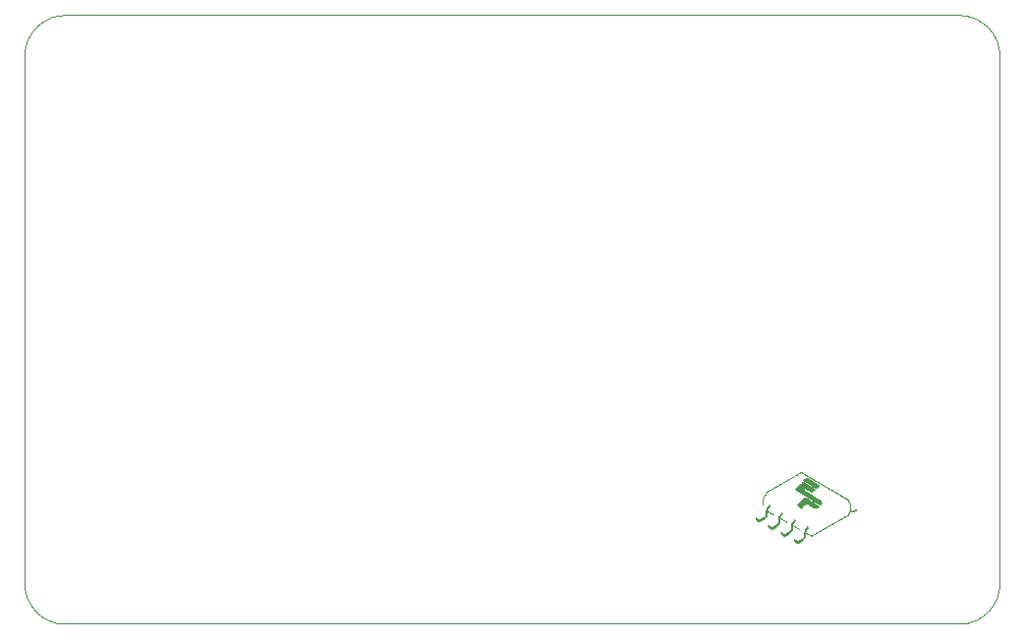
<source format=gto>
G75*
%MOIN*%
%OFA0B0*%
%FSLAX25Y25*%
%IPPOS*%
%LPD*%
%AMOC8*
5,1,8,0,0,1.08239X$1,22.5*
%
%ADD10C,0.00000*%
%ADD11R,0.00100X0.00100*%
%ADD12R,0.00400X0.00100*%
%ADD13R,0.00700X0.00100*%
%ADD14R,0.01100X0.00100*%
%ADD15R,0.01300X0.00100*%
%ADD16R,0.01600X0.00100*%
%ADD17R,0.02000X0.00100*%
%ADD18R,0.02200X0.00100*%
%ADD19R,0.00900X0.00100*%
%ADD20R,0.00800X0.00100*%
%ADD21R,0.01000X0.00100*%
%ADD22R,0.00500X0.00100*%
%ADD23R,0.00200X0.00100*%
%ADD24R,0.00600X0.00100*%
%ADD25R,0.00300X0.00100*%
%ADD26R,0.01200X0.00100*%
%ADD27R,0.01500X0.00100*%
%ADD28R,0.01900X0.00100*%
%ADD29R,0.02100X0.00100*%
%ADD30R,0.02300X0.00100*%
%ADD31R,0.02600X0.00100*%
%ADD32R,0.01400X0.00100*%
%ADD33R,0.02800X0.00100*%
%ADD34R,0.01700X0.00100*%
%ADD35R,0.02900X0.00100*%
%ADD36R,0.05700X0.00100*%
%ADD37R,0.05400X0.00100*%
%ADD38R,0.05100X0.00100*%
%ADD39R,0.01800X0.00100*%
%ADD40R,0.04800X0.00100*%
%ADD41R,0.04600X0.00100*%
%ADD42R,0.04300X0.00100*%
%ADD43R,0.04100X0.00100*%
%ADD44R,0.03800X0.00100*%
%ADD45R,0.02500X0.00100*%
%ADD46R,0.03500X0.00100*%
%ADD47R,0.03300X0.00100*%
%ADD48R,0.03000X0.00100*%
%ADD49R,0.02700X0.00100*%
%ADD50R,0.02400X0.00100*%
%ADD51R,0.03100X0.00100*%
%ADD52R,0.03200X0.00100*%
%ADD53R,0.06100X0.00100*%
%ADD54R,0.05800X0.00100*%
%ADD55R,0.05600X0.00100*%
%ADD56R,0.05300X0.00100*%
%ADD57R,0.04900X0.00100*%
%ADD58R,0.04700X0.00100*%
%ADD59R,0.04400X0.00100*%
%ADD60R,0.04200X0.00100*%
%ADD61R,0.03900X0.00100*%
%ADD62R,0.03700X0.00100*%
%ADD63R,0.03400X0.00100*%
D10*
X0076833Y0043663D02*
X0076833Y0222797D01*
X0076837Y0223130D01*
X0076849Y0223463D01*
X0076869Y0223795D01*
X0076897Y0224127D01*
X0076933Y0224458D01*
X0076978Y0224788D01*
X0077030Y0225117D01*
X0077090Y0225445D01*
X0077158Y0225771D01*
X0077233Y0226095D01*
X0077317Y0226417D01*
X0077408Y0226737D01*
X0077507Y0227055D01*
X0077614Y0227371D01*
X0077728Y0227683D01*
X0077850Y0227993D01*
X0077980Y0228300D01*
X0078116Y0228604D01*
X0078260Y0228904D01*
X0078411Y0229201D01*
X0078570Y0229494D01*
X0078735Y0229783D01*
X0078907Y0230068D01*
X0079086Y0230349D01*
X0079272Y0230625D01*
X0079465Y0230897D01*
X0079664Y0231164D01*
X0079869Y0231426D01*
X0080081Y0231683D01*
X0080299Y0231935D01*
X0080522Y0232181D01*
X0080752Y0232422D01*
X0080988Y0232658D01*
X0081229Y0232888D01*
X0081475Y0233111D01*
X0081727Y0233329D01*
X0081984Y0233541D01*
X0082246Y0233746D01*
X0082513Y0233945D01*
X0082785Y0234138D01*
X0083061Y0234324D01*
X0083342Y0234503D01*
X0083627Y0234675D01*
X0083916Y0234840D01*
X0084209Y0234999D01*
X0084506Y0235150D01*
X0084806Y0235294D01*
X0085110Y0235430D01*
X0085417Y0235560D01*
X0085727Y0235682D01*
X0086039Y0235796D01*
X0086355Y0235903D01*
X0086673Y0236002D01*
X0086993Y0236093D01*
X0087315Y0236177D01*
X0087639Y0236252D01*
X0087965Y0236320D01*
X0088293Y0236380D01*
X0088622Y0236432D01*
X0088952Y0236477D01*
X0089283Y0236513D01*
X0089615Y0236541D01*
X0089947Y0236561D01*
X0090280Y0236573D01*
X0090613Y0236577D01*
X0090613Y0236576D02*
X0393762Y0236576D01*
X0393762Y0236577D02*
X0394095Y0236573D01*
X0394428Y0236561D01*
X0394760Y0236541D01*
X0395092Y0236513D01*
X0395423Y0236477D01*
X0395753Y0236432D01*
X0396082Y0236380D01*
X0396410Y0236320D01*
X0396736Y0236252D01*
X0397060Y0236177D01*
X0397382Y0236093D01*
X0397702Y0236002D01*
X0398020Y0235903D01*
X0398336Y0235796D01*
X0398648Y0235682D01*
X0398958Y0235560D01*
X0399265Y0235430D01*
X0399569Y0235294D01*
X0399869Y0235150D01*
X0400166Y0234999D01*
X0400459Y0234840D01*
X0400748Y0234675D01*
X0401033Y0234503D01*
X0401314Y0234324D01*
X0401590Y0234138D01*
X0401862Y0233945D01*
X0402129Y0233746D01*
X0402391Y0233541D01*
X0402648Y0233329D01*
X0402900Y0233111D01*
X0403146Y0232888D01*
X0403387Y0232658D01*
X0403623Y0232422D01*
X0403853Y0232181D01*
X0404076Y0231935D01*
X0404294Y0231683D01*
X0404506Y0231426D01*
X0404711Y0231164D01*
X0404910Y0230897D01*
X0405103Y0230625D01*
X0405289Y0230349D01*
X0405468Y0230068D01*
X0405640Y0229783D01*
X0405805Y0229494D01*
X0405964Y0229201D01*
X0406115Y0228904D01*
X0406259Y0228604D01*
X0406395Y0228300D01*
X0406525Y0227993D01*
X0406647Y0227683D01*
X0406761Y0227371D01*
X0406868Y0227055D01*
X0406967Y0226737D01*
X0407058Y0226417D01*
X0407142Y0226095D01*
X0407217Y0225771D01*
X0407285Y0225445D01*
X0407345Y0225117D01*
X0407397Y0224788D01*
X0407442Y0224458D01*
X0407478Y0224127D01*
X0407506Y0223795D01*
X0407526Y0223463D01*
X0407538Y0223130D01*
X0407542Y0222797D01*
X0407542Y0043663D01*
X0407538Y0043330D01*
X0407526Y0042997D01*
X0407506Y0042665D01*
X0407478Y0042333D01*
X0407442Y0042002D01*
X0407397Y0041672D01*
X0407345Y0041343D01*
X0407285Y0041015D01*
X0407217Y0040689D01*
X0407142Y0040365D01*
X0407058Y0040043D01*
X0406967Y0039723D01*
X0406868Y0039405D01*
X0406761Y0039089D01*
X0406647Y0038777D01*
X0406525Y0038467D01*
X0406395Y0038160D01*
X0406259Y0037856D01*
X0406115Y0037556D01*
X0405964Y0037259D01*
X0405805Y0036966D01*
X0405640Y0036677D01*
X0405468Y0036392D01*
X0405289Y0036111D01*
X0405103Y0035835D01*
X0404910Y0035563D01*
X0404711Y0035296D01*
X0404506Y0035034D01*
X0404294Y0034777D01*
X0404076Y0034525D01*
X0403853Y0034279D01*
X0403623Y0034038D01*
X0403387Y0033802D01*
X0403146Y0033572D01*
X0402900Y0033349D01*
X0402648Y0033131D01*
X0402391Y0032919D01*
X0402129Y0032714D01*
X0401862Y0032515D01*
X0401590Y0032322D01*
X0401314Y0032136D01*
X0401033Y0031957D01*
X0400748Y0031785D01*
X0400459Y0031620D01*
X0400166Y0031461D01*
X0399869Y0031310D01*
X0399569Y0031166D01*
X0399265Y0031030D01*
X0398958Y0030900D01*
X0398648Y0030778D01*
X0398336Y0030664D01*
X0398020Y0030557D01*
X0397702Y0030458D01*
X0397382Y0030367D01*
X0397060Y0030283D01*
X0396736Y0030208D01*
X0396410Y0030140D01*
X0396082Y0030080D01*
X0395753Y0030028D01*
X0395423Y0029983D01*
X0395092Y0029947D01*
X0394760Y0029919D01*
X0394428Y0029899D01*
X0394095Y0029887D01*
X0393762Y0029883D01*
X0090613Y0029883D01*
X0090280Y0029887D01*
X0089947Y0029899D01*
X0089615Y0029919D01*
X0089283Y0029947D01*
X0088952Y0029983D01*
X0088622Y0030028D01*
X0088293Y0030080D01*
X0087965Y0030140D01*
X0087639Y0030208D01*
X0087315Y0030283D01*
X0086993Y0030367D01*
X0086673Y0030458D01*
X0086355Y0030557D01*
X0086039Y0030664D01*
X0085727Y0030778D01*
X0085417Y0030900D01*
X0085110Y0031030D01*
X0084806Y0031166D01*
X0084506Y0031310D01*
X0084209Y0031461D01*
X0083916Y0031620D01*
X0083627Y0031785D01*
X0083342Y0031957D01*
X0083061Y0032136D01*
X0082785Y0032322D01*
X0082513Y0032515D01*
X0082246Y0032714D01*
X0081984Y0032919D01*
X0081727Y0033131D01*
X0081475Y0033349D01*
X0081229Y0033572D01*
X0080988Y0033802D01*
X0080752Y0034038D01*
X0080522Y0034279D01*
X0080299Y0034525D01*
X0080081Y0034777D01*
X0079869Y0035034D01*
X0079664Y0035296D01*
X0079465Y0035563D01*
X0079272Y0035835D01*
X0079086Y0036111D01*
X0078907Y0036392D01*
X0078735Y0036677D01*
X0078570Y0036966D01*
X0078411Y0037259D01*
X0078260Y0037556D01*
X0078116Y0037856D01*
X0077980Y0038160D01*
X0077850Y0038467D01*
X0077728Y0038777D01*
X0077614Y0039089D01*
X0077507Y0039405D01*
X0077408Y0039723D01*
X0077317Y0040043D01*
X0077233Y0040365D01*
X0077158Y0040689D01*
X0077090Y0041015D01*
X0077030Y0041343D01*
X0076978Y0041672D01*
X0076933Y0042002D01*
X0076897Y0042333D01*
X0076869Y0042665D01*
X0076849Y0042997D01*
X0076837Y0043330D01*
X0076833Y0043663D01*
D11*
X0327690Y0070100D03*
X0327690Y0070200D03*
X0327690Y0070300D03*
X0327690Y0070400D03*
X0327690Y0070500D03*
X0327690Y0070600D03*
X0327690Y0070700D03*
X0327690Y0070800D03*
X0327690Y0070900D03*
X0327690Y0071000D03*
X0327690Y0071100D03*
X0327690Y0071200D03*
X0327690Y0071300D03*
X0327690Y0071400D03*
X0327690Y0071500D03*
X0327690Y0071600D03*
X0327690Y0071700D03*
X0327690Y0071800D03*
X0327690Y0071900D03*
X0327690Y0072000D03*
X0327690Y0072100D03*
X0327690Y0072200D03*
X0327890Y0072500D03*
X0327990Y0072700D03*
X0328190Y0073000D03*
X0328290Y0073200D03*
X0328490Y0073500D03*
X0328590Y0073700D03*
X0328790Y0074000D03*
X0328890Y0074200D03*
X0329790Y0070000D03*
X0331290Y0066600D03*
X0333990Y0067400D03*
X0338290Y0065000D03*
X0342690Y0062600D03*
X0339990Y0061700D03*
X0338090Y0058400D03*
X0339390Y0056900D03*
X0333690Y0060700D03*
X0329390Y0063100D03*
X0340490Y0069000D03*
X0356590Y0066700D03*
X0356590Y0066600D03*
X0356690Y0066900D03*
X0356690Y0067000D03*
X0356790Y0067200D03*
X0356790Y0067300D03*
X0356890Y0067500D03*
X0356890Y0067600D03*
X0356890Y0067700D03*
X0357190Y0068300D03*
X0357190Y0068400D03*
X0357190Y0068500D03*
X0357190Y0068600D03*
X0357190Y0068700D03*
X0357290Y0068900D03*
X0357290Y0069000D03*
X0357290Y0069100D03*
X0357290Y0069200D03*
X0357390Y0069400D03*
X0357390Y0069500D03*
X0357390Y0069600D03*
X0357390Y0069700D03*
X0357390Y0069800D03*
X0357390Y0069900D03*
X0357390Y0070000D03*
X0357390Y0070100D03*
X0357290Y0070300D03*
X0356790Y0070800D03*
X0356790Y0070900D03*
X0356790Y0071000D03*
X0356690Y0071200D03*
X0356690Y0071300D03*
X0356690Y0071400D03*
X0356590Y0071600D03*
D12*
X0357140Y0067900D03*
X0346840Y0070000D03*
X0340440Y0069100D03*
X0338140Y0064700D03*
X0333840Y0067100D03*
X0329640Y0069700D03*
X0325240Y0065500D03*
X0333840Y0060500D03*
X0338240Y0058200D03*
X0339340Y0057000D03*
X0344040Y0059500D03*
X0342540Y0062300D03*
X0345440Y0075700D03*
X0340540Y0081000D03*
D13*
X0341090Y0077600D03*
X0345390Y0075800D03*
X0346790Y0070100D03*
X0340390Y0069200D03*
X0337990Y0064400D03*
X0337890Y0064300D03*
X0337790Y0064200D03*
X0337690Y0064100D03*
X0337590Y0064000D03*
X0337490Y0063800D03*
X0337390Y0063600D03*
X0337290Y0063300D03*
X0337190Y0062100D03*
X0337190Y0062000D03*
X0337190Y0061900D03*
X0337190Y0061800D03*
X0336790Y0061100D03*
X0338390Y0058000D03*
X0339290Y0057100D03*
X0341290Y0058800D03*
X0341590Y0059300D03*
X0341690Y0059600D03*
X0341690Y0059700D03*
X0341690Y0059800D03*
X0341690Y0059900D03*
X0341690Y0060000D03*
X0341690Y0060100D03*
X0341690Y0060200D03*
X0341690Y0060300D03*
X0341690Y0060400D03*
X0341690Y0060600D03*
X0341690Y0060700D03*
X0341690Y0060800D03*
X0341790Y0061100D03*
X0341990Y0061500D03*
X0342090Y0061700D03*
X0342190Y0061800D03*
X0342290Y0061900D03*
X0332890Y0064200D03*
X0332890Y0064300D03*
X0332890Y0064400D03*
X0332890Y0064500D03*
X0332890Y0064600D03*
X0332790Y0063900D03*
X0332490Y0063500D03*
X0332990Y0065700D03*
X0333090Y0066000D03*
X0333190Y0066200D03*
X0333290Y0066400D03*
X0333390Y0066500D03*
X0333490Y0066600D03*
X0333590Y0066700D03*
X0333690Y0066800D03*
X0328690Y0066800D03*
X0328690Y0066900D03*
X0328690Y0067000D03*
X0328690Y0067100D03*
X0328690Y0067200D03*
X0328690Y0067300D03*
X0328690Y0067400D03*
X0328690Y0067600D03*
X0328690Y0067700D03*
X0328690Y0067800D03*
X0328690Y0068000D03*
X0328790Y0068300D03*
X0328790Y0068400D03*
X0328890Y0068600D03*
X0328990Y0068800D03*
X0329090Y0069000D03*
X0329190Y0069100D03*
X0328290Y0066100D03*
X0325390Y0065300D03*
X0357190Y0067800D03*
D14*
X0346690Y0070300D03*
X0341790Y0072200D03*
X0333090Y0065400D03*
X0331690Y0062800D03*
X0331590Y0062700D03*
X0331290Y0062500D03*
X0334190Y0060000D03*
X0335490Y0060000D03*
X0335590Y0060100D03*
X0335890Y0060300D03*
X0336290Y0060600D03*
X0338590Y0057700D03*
X0339290Y0057200D03*
X0339990Y0057700D03*
X0340090Y0057800D03*
X0340390Y0058000D03*
X0327490Y0065400D03*
X0327190Y0065200D03*
X0327090Y0065100D03*
X0326890Y0065000D03*
X0325590Y0065000D03*
D15*
X0339290Y0057300D03*
X0343790Y0074700D03*
X0342390Y0078800D03*
D16*
X0343740Y0074800D03*
X0341840Y0072000D03*
X0339240Y0057400D03*
D17*
X0339240Y0057500D03*
X0345240Y0069200D03*
X0346340Y0070800D03*
X0342340Y0078600D03*
D18*
X0345240Y0076400D03*
X0343740Y0075000D03*
X0341940Y0071800D03*
X0339240Y0057600D03*
D19*
X0338490Y0057800D03*
X0340890Y0058400D03*
X0340990Y0058500D03*
X0336490Y0060800D03*
X0336390Y0060700D03*
X0334090Y0060100D03*
X0332090Y0063100D03*
X0332190Y0063200D03*
X0329790Y0062500D03*
X0327890Y0065700D03*
X0327990Y0065800D03*
X0328790Y0067900D03*
X0325490Y0065200D03*
X0340390Y0069300D03*
X0341790Y0072300D03*
X0345390Y0075900D03*
D20*
X0343840Y0074500D03*
X0346740Y0070200D03*
X0357740Y0067600D03*
X0341240Y0058700D03*
X0341140Y0058600D03*
X0338440Y0057900D03*
X0336640Y0060900D03*
X0336740Y0061000D03*
X0337240Y0062200D03*
X0337240Y0062300D03*
X0337240Y0062400D03*
X0337240Y0062500D03*
X0337240Y0062600D03*
X0337240Y0062700D03*
X0337240Y0062800D03*
X0337240Y0062900D03*
X0334040Y0060200D03*
X0332340Y0063300D03*
X0332440Y0063400D03*
X0332940Y0064700D03*
X0332940Y0064800D03*
X0332940Y0064900D03*
X0332940Y0065000D03*
X0332940Y0065100D03*
X0332940Y0065200D03*
X0332940Y0065300D03*
X0329740Y0062600D03*
X0328140Y0065900D03*
X0328240Y0066000D03*
X0328740Y0067500D03*
D21*
X0327740Y0065600D03*
X0327640Y0065500D03*
X0327340Y0065300D03*
X0326340Y0064500D03*
X0325540Y0065100D03*
X0329840Y0062400D03*
X0330540Y0061900D03*
X0331140Y0062400D03*
X0331440Y0062600D03*
X0331840Y0062900D03*
X0331940Y0063000D03*
X0334840Y0059500D03*
X0335740Y0060200D03*
X0336040Y0060400D03*
X0336140Y0060500D03*
X0337440Y0063000D03*
X0341840Y0060500D03*
X0340740Y0058300D03*
X0340640Y0058200D03*
X0340540Y0058100D03*
X0340240Y0057900D03*
X0345340Y0069000D03*
X0343840Y0074600D03*
X0341140Y0077500D03*
X0342440Y0078900D03*
D22*
X0341090Y0077700D03*
X0343890Y0074400D03*
X0333790Y0067000D03*
X0338090Y0064600D03*
X0342490Y0062200D03*
X0338290Y0058100D03*
X0333890Y0060400D03*
X0329590Y0062800D03*
X0329590Y0069600D03*
X0358390Y0067900D03*
X0358590Y0068000D03*
X0358690Y0068100D03*
X0358890Y0068200D03*
X0358990Y0068300D03*
D23*
X0357240Y0068800D03*
X0357340Y0069300D03*
X0357340Y0070200D03*
X0357240Y0070400D03*
X0356940Y0070600D03*
X0356840Y0070700D03*
X0356740Y0071100D03*
X0356640Y0071500D03*
X0356540Y0071700D03*
X0356240Y0071900D03*
X0355540Y0072300D03*
X0355040Y0072600D03*
X0354340Y0073000D03*
X0353840Y0073300D03*
X0353140Y0073700D03*
X0352440Y0074100D03*
X0351940Y0074400D03*
X0351240Y0074800D03*
X0350740Y0075100D03*
X0350040Y0075500D03*
X0349540Y0075800D03*
X0348840Y0076200D03*
X0348340Y0076500D03*
X0347640Y0076900D03*
X0347140Y0077200D03*
X0346440Y0077600D03*
X0345940Y0077900D03*
X0345240Y0078300D03*
X0344740Y0078600D03*
X0344040Y0079000D03*
X0343340Y0079400D03*
X0342840Y0079700D03*
X0342440Y0079100D03*
X0342140Y0080100D03*
X0341640Y0080400D03*
X0340940Y0080800D03*
X0340340Y0080900D03*
X0339640Y0080500D03*
X0338940Y0080100D03*
X0338240Y0079700D03*
X0337540Y0079300D03*
X0336840Y0078900D03*
X0336340Y0078600D03*
X0335640Y0078200D03*
X0334940Y0077800D03*
X0334240Y0077400D03*
X0333540Y0077000D03*
X0332840Y0076600D03*
X0332140Y0076200D03*
X0331440Y0075800D03*
X0330740Y0075400D03*
X0330040Y0075000D03*
X0329340Y0074600D03*
X0329040Y0074400D03*
X0328940Y0074300D03*
X0328840Y0074100D03*
X0328740Y0073900D03*
X0328640Y0073800D03*
X0328540Y0073600D03*
X0328440Y0073400D03*
X0328340Y0073300D03*
X0328240Y0073100D03*
X0328140Y0072900D03*
X0328040Y0072800D03*
X0327940Y0072600D03*
X0327840Y0072400D03*
X0327740Y0072300D03*
X0329740Y0069900D03*
X0329240Y0067800D03*
X0329940Y0067400D03*
X0330840Y0066900D03*
X0333940Y0067300D03*
X0333840Y0065200D03*
X0334740Y0064700D03*
X0335440Y0064300D03*
X0335540Y0064200D03*
X0337940Y0062900D03*
X0338640Y0062500D03*
X0339540Y0062000D03*
X0342640Y0062500D03*
X0342540Y0060300D03*
X0343440Y0059800D03*
X0344440Y0059700D03*
X0345140Y0060100D03*
X0345840Y0060500D03*
X0346740Y0061000D03*
X0347440Y0061400D03*
X0348140Y0061800D03*
X0349040Y0062300D03*
X0349740Y0062700D03*
X0350440Y0063100D03*
X0351340Y0063600D03*
X0352040Y0064000D03*
X0352740Y0064400D03*
X0353440Y0064800D03*
X0354340Y0065300D03*
X0355040Y0065700D03*
X0355740Y0066100D03*
X0356640Y0066800D03*
X0356740Y0067100D03*
X0356840Y0067400D03*
X0341040Y0077800D03*
X0338240Y0064900D03*
X0333740Y0060600D03*
X0329440Y0063000D03*
X0325140Y0065700D03*
X0338140Y0058300D03*
D24*
X0336940Y0061200D03*
X0337040Y0061300D03*
X0337040Y0061400D03*
X0337140Y0061500D03*
X0337140Y0061600D03*
X0337140Y0061700D03*
X0337240Y0063100D03*
X0337240Y0063200D03*
X0337340Y0063400D03*
X0337340Y0063500D03*
X0337440Y0063700D03*
X0337540Y0063900D03*
X0338040Y0064500D03*
X0333740Y0066900D03*
X0333240Y0066300D03*
X0333140Y0066100D03*
X0333040Y0065900D03*
X0333040Y0065800D03*
X0332940Y0065600D03*
X0332940Y0065500D03*
X0332840Y0064100D03*
X0332840Y0064000D03*
X0332740Y0063800D03*
X0332740Y0063700D03*
X0332640Y0063600D03*
X0330540Y0061800D03*
X0329640Y0062700D03*
X0328440Y0066200D03*
X0328440Y0066300D03*
X0328540Y0066400D03*
X0328540Y0066500D03*
X0328640Y0066600D03*
X0328640Y0066700D03*
X0328740Y0068100D03*
X0328740Y0068200D03*
X0328840Y0068500D03*
X0328940Y0068700D03*
X0329040Y0068900D03*
X0329240Y0069200D03*
X0329340Y0069300D03*
X0329440Y0069400D03*
X0329540Y0069500D03*
X0325340Y0065400D03*
X0326340Y0064400D03*
X0333940Y0060300D03*
X0334840Y0059400D03*
X0341440Y0059000D03*
X0341440Y0058900D03*
X0341540Y0059100D03*
X0341540Y0059200D03*
X0341640Y0059400D03*
X0341640Y0059500D03*
X0341740Y0060900D03*
X0341740Y0061000D03*
X0341840Y0061200D03*
X0341840Y0061300D03*
X0341940Y0061400D03*
X0342040Y0061600D03*
X0342340Y0062000D03*
X0342440Y0062100D03*
X0341740Y0072400D03*
X0342440Y0079000D03*
X0358240Y0067800D03*
D25*
X0357090Y0068000D03*
X0357090Y0068100D03*
X0357090Y0068200D03*
X0356490Y0066500D03*
X0356290Y0066400D03*
X0356090Y0066300D03*
X0355890Y0066200D03*
X0355590Y0066000D03*
X0355390Y0065900D03*
X0355190Y0065800D03*
X0354890Y0065600D03*
X0354690Y0065500D03*
X0354490Y0065400D03*
X0354190Y0065200D03*
X0353990Y0065100D03*
X0353790Y0065000D03*
X0353590Y0064900D03*
X0353290Y0064700D03*
X0353090Y0064600D03*
X0352890Y0064500D03*
X0352590Y0064300D03*
X0352390Y0064200D03*
X0352190Y0064100D03*
X0351890Y0063900D03*
X0351690Y0063800D03*
X0351490Y0063700D03*
X0351190Y0063500D03*
X0350990Y0063400D03*
X0350790Y0063300D03*
X0350590Y0063200D03*
X0350290Y0063000D03*
X0350090Y0062900D03*
X0349890Y0062800D03*
X0349590Y0062600D03*
X0349390Y0062500D03*
X0349190Y0062400D03*
X0348890Y0062200D03*
X0348690Y0062100D03*
X0348490Y0062000D03*
X0348290Y0061900D03*
X0347990Y0061700D03*
X0347790Y0061600D03*
X0347590Y0061500D03*
X0347290Y0061300D03*
X0347090Y0061200D03*
X0346890Y0061100D03*
X0346590Y0060900D03*
X0346390Y0060800D03*
X0346190Y0060700D03*
X0345990Y0060600D03*
X0345690Y0060400D03*
X0345490Y0060300D03*
X0345290Y0060200D03*
X0344990Y0060000D03*
X0344790Y0059900D03*
X0344590Y0059800D03*
X0344290Y0059600D03*
X0343790Y0059600D03*
X0343590Y0059700D03*
X0343290Y0059900D03*
X0343090Y0060000D03*
X0342890Y0060100D03*
X0342690Y0060200D03*
X0342390Y0060400D03*
X0342590Y0062400D03*
X0339890Y0061800D03*
X0339690Y0061900D03*
X0339390Y0062100D03*
X0339190Y0062200D03*
X0338990Y0062300D03*
X0338790Y0062400D03*
X0338490Y0062600D03*
X0338290Y0062700D03*
X0338090Y0062800D03*
X0338190Y0064800D03*
X0335290Y0064400D03*
X0335090Y0064500D03*
X0334890Y0064600D03*
X0334590Y0064800D03*
X0334390Y0064900D03*
X0334190Y0065000D03*
X0333990Y0065100D03*
X0333690Y0065300D03*
X0333890Y0067200D03*
X0331190Y0066700D03*
X0330990Y0066800D03*
X0330690Y0067000D03*
X0330490Y0067100D03*
X0330290Y0067200D03*
X0330090Y0067300D03*
X0329790Y0067500D03*
X0329590Y0067600D03*
X0329390Y0067700D03*
X0329690Y0069800D03*
X0329190Y0074500D03*
X0329490Y0074700D03*
X0329690Y0074800D03*
X0329890Y0074900D03*
X0330190Y0075100D03*
X0330390Y0075200D03*
X0330590Y0075300D03*
X0330890Y0075500D03*
X0331090Y0075600D03*
X0331290Y0075700D03*
X0331590Y0075900D03*
X0331790Y0076000D03*
X0331990Y0076100D03*
X0332290Y0076300D03*
X0332490Y0076400D03*
X0332690Y0076500D03*
X0332990Y0076700D03*
X0333190Y0076800D03*
X0333390Y0076900D03*
X0333690Y0077100D03*
X0333890Y0077200D03*
X0334090Y0077300D03*
X0334390Y0077500D03*
X0334590Y0077600D03*
X0334790Y0077700D03*
X0335090Y0077900D03*
X0335290Y0078000D03*
X0335490Y0078100D03*
X0335790Y0078300D03*
X0335990Y0078400D03*
X0336190Y0078500D03*
X0336490Y0078700D03*
X0336690Y0078800D03*
X0336990Y0079000D03*
X0337190Y0079100D03*
X0337390Y0079200D03*
X0337690Y0079400D03*
X0337890Y0079500D03*
X0338090Y0079600D03*
X0338390Y0079800D03*
X0338590Y0079900D03*
X0338790Y0080000D03*
X0339090Y0080200D03*
X0339290Y0080300D03*
X0339490Y0080400D03*
X0339790Y0080600D03*
X0339990Y0080700D03*
X0340190Y0080800D03*
X0340790Y0080900D03*
X0341090Y0080700D03*
X0341290Y0080600D03*
X0341490Y0080500D03*
X0341790Y0080300D03*
X0341990Y0080200D03*
X0342290Y0080000D03*
X0342490Y0079900D03*
X0342690Y0079800D03*
X0342990Y0079600D03*
X0343190Y0079500D03*
X0343490Y0079300D03*
X0343690Y0079200D03*
X0343890Y0079100D03*
X0344190Y0078900D03*
X0344390Y0078800D03*
X0344590Y0078700D03*
X0344890Y0078500D03*
X0345090Y0078400D03*
X0345390Y0078200D03*
X0345590Y0078100D03*
X0345790Y0078000D03*
X0346090Y0077800D03*
X0346290Y0077700D03*
X0346590Y0077500D03*
X0346790Y0077400D03*
X0346990Y0077300D03*
X0347290Y0077100D03*
X0347490Y0077000D03*
X0347790Y0076800D03*
X0347990Y0076700D03*
X0348190Y0076600D03*
X0348490Y0076400D03*
X0348690Y0076300D03*
X0348990Y0076100D03*
X0349190Y0076000D03*
X0349390Y0075900D03*
X0349690Y0075700D03*
X0349890Y0075600D03*
X0350190Y0075400D03*
X0350390Y0075300D03*
X0350590Y0075200D03*
X0350890Y0075000D03*
X0351090Y0074900D03*
X0351390Y0074700D03*
X0351590Y0074600D03*
X0351790Y0074500D03*
X0352090Y0074300D03*
X0352290Y0074200D03*
X0352590Y0074000D03*
X0352790Y0073900D03*
X0352990Y0073800D03*
X0353290Y0073600D03*
X0353490Y0073500D03*
X0353690Y0073400D03*
X0353990Y0073200D03*
X0354190Y0073100D03*
X0354490Y0072900D03*
X0354690Y0072800D03*
X0354890Y0072700D03*
X0355190Y0072500D03*
X0355390Y0072400D03*
X0355690Y0072200D03*
X0355890Y0072100D03*
X0356090Y0072000D03*
X0356390Y0071800D03*
X0357090Y0070500D03*
X0346890Y0069900D03*
X0341690Y0072500D03*
X0343890Y0074300D03*
X0329490Y0062900D03*
X0330590Y0061700D03*
X0334890Y0059300D03*
X0326390Y0064300D03*
X0325190Y0065600D03*
D26*
X0326340Y0064600D03*
X0330540Y0062000D03*
X0334840Y0059600D03*
X0340340Y0069400D03*
X0346640Y0070400D03*
X0345340Y0076000D03*
X0341140Y0077400D03*
X0357740Y0067700D03*
D27*
X0345290Y0069100D03*
X0341190Y0077300D03*
X0326290Y0064700D03*
X0330490Y0062100D03*
X0334790Y0059700D03*
D28*
X0334790Y0059800D03*
X0330490Y0062200D03*
X0326290Y0064800D03*
X0340290Y0069700D03*
X0341890Y0071900D03*
X0345290Y0076300D03*
D29*
X0341190Y0077100D03*
X0346290Y0070900D03*
X0334790Y0059900D03*
X0330490Y0062300D03*
X0326290Y0064900D03*
D30*
X0340290Y0069800D03*
X0341890Y0071700D03*
X0345190Y0069300D03*
X0346190Y0071000D03*
X0346090Y0071100D03*
D31*
X0345840Y0071300D03*
X0345740Y0071400D03*
X0345440Y0071600D03*
X0344640Y0072100D03*
X0344340Y0072300D03*
X0343540Y0072800D03*
X0342440Y0073500D03*
X0342140Y0073700D03*
X0341340Y0074200D03*
X0341040Y0074400D03*
X0340240Y0074900D03*
X0339940Y0075100D03*
X0341240Y0076900D03*
X0342340Y0078400D03*
X0343440Y0077700D03*
X0344540Y0077000D03*
X0345140Y0076600D03*
X0345240Y0069400D03*
X0340240Y0069900D03*
D32*
X0340340Y0069500D03*
X0341840Y0072100D03*
X0346540Y0070500D03*
X0345340Y0076100D03*
D33*
X0344540Y0069900D03*
X0345140Y0069500D03*
X0340640Y0070400D03*
X0340540Y0070300D03*
X0340440Y0070200D03*
X0340340Y0070100D03*
X0340240Y0070000D03*
D34*
X0340290Y0069600D03*
X0346490Y0070600D03*
X0345290Y0076200D03*
X0342390Y0078700D03*
D35*
X0341290Y0076800D03*
X0339890Y0075200D03*
X0343290Y0075500D03*
X0343490Y0075400D03*
X0343590Y0075300D03*
X0343790Y0070400D03*
X0343890Y0070300D03*
X0344090Y0070200D03*
X0344190Y0070100D03*
X0344390Y0070000D03*
X0344690Y0069800D03*
X0344890Y0069700D03*
X0344990Y0069600D03*
D36*
X0342190Y0070500D03*
D37*
X0342140Y0070600D03*
D38*
X0342190Y0070700D03*
D39*
X0346440Y0070700D03*
X0343740Y0074900D03*
X0341240Y0077200D03*
D40*
X0342140Y0070800D03*
D41*
X0342140Y0070900D03*
D42*
X0342090Y0071000D03*
D43*
X0342090Y0071100D03*
D44*
X0342040Y0071200D03*
D45*
X0345990Y0071200D03*
X0345190Y0076500D03*
D46*
X0341990Y0071300D03*
D47*
X0341990Y0071400D03*
D48*
X0341940Y0071500D03*
D49*
X0341890Y0071600D03*
X0342890Y0073200D03*
X0342790Y0073300D03*
X0342590Y0073400D03*
X0342290Y0073600D03*
X0341990Y0073800D03*
X0341790Y0073900D03*
X0341690Y0074000D03*
X0341490Y0074100D03*
X0341190Y0074300D03*
X0340890Y0074500D03*
X0340690Y0074600D03*
X0340590Y0074700D03*
X0340390Y0074800D03*
X0340090Y0075000D03*
X0343090Y0073100D03*
X0343190Y0073000D03*
X0343390Y0072900D03*
X0343690Y0072700D03*
X0343890Y0072600D03*
X0343990Y0072500D03*
X0344190Y0072400D03*
X0344490Y0072200D03*
X0344790Y0072000D03*
X0344990Y0071900D03*
X0345090Y0071800D03*
X0345290Y0071700D03*
X0345590Y0071500D03*
X0343690Y0075200D03*
X0344690Y0076900D03*
X0344890Y0076800D03*
X0344990Y0076700D03*
X0344390Y0077100D03*
X0344190Y0077200D03*
X0344090Y0077300D03*
X0343890Y0077400D03*
X0343790Y0077500D03*
X0343590Y0077600D03*
X0343290Y0077800D03*
X0343090Y0077900D03*
X0342990Y0078000D03*
X0342790Y0078100D03*
X0342690Y0078200D03*
X0342490Y0078300D03*
D50*
X0342340Y0078500D03*
X0341240Y0077000D03*
X0343740Y0075100D03*
D51*
X0341290Y0076700D03*
X0339890Y0075300D03*
D52*
X0339940Y0075400D03*
X0340040Y0075500D03*
D53*
X0341590Y0075600D03*
D54*
X0341540Y0075700D03*
D55*
X0341540Y0075800D03*
D56*
X0341490Y0075900D03*
D57*
X0341490Y0076000D03*
D58*
X0341490Y0076100D03*
D59*
X0341440Y0076200D03*
D60*
X0341440Y0076300D03*
D61*
X0341390Y0076400D03*
D62*
X0341390Y0076500D03*
D63*
X0341340Y0076600D03*
M02*

</source>
